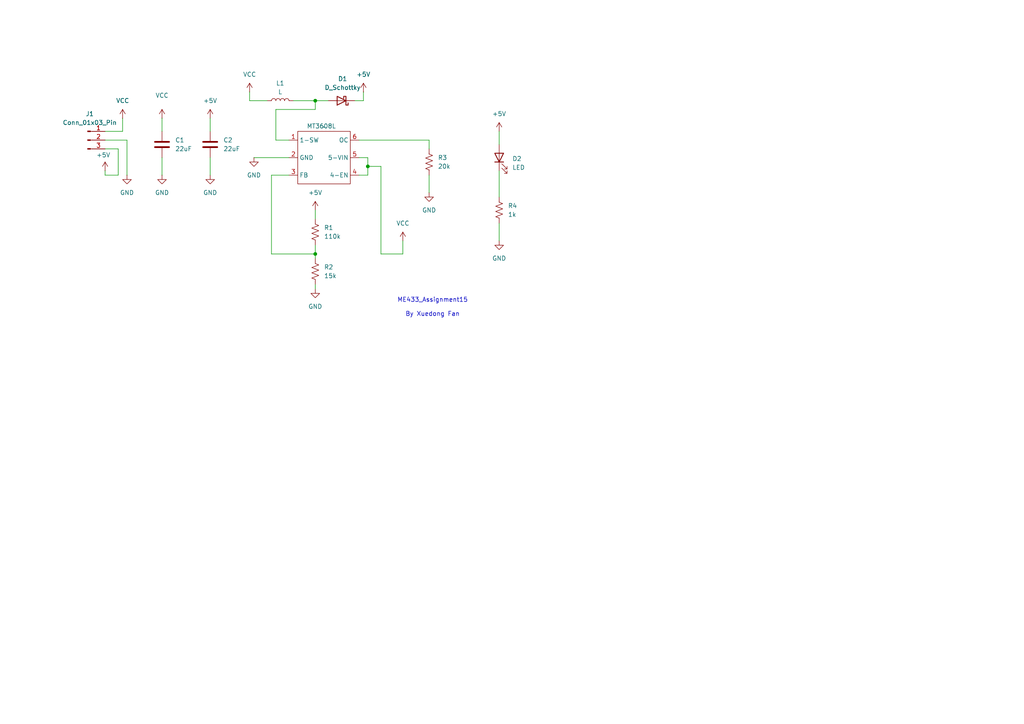
<source format=kicad_sch>
(kicad_sch (version 20250114) (generator "eeschema") (generator_version "9.0")
  (paper "A4")
  (lib_symbols
    (symbol "Connector:Conn_01x03_Pin" (pin_names (offset 1.016) (hide yes))
      (property "Reference" "J" (at 0 5.08 0))
      (property "Value" "Conn_01x03_Pin" (at 0 -5.08 0))
      (symbol "Conn_01x03_Pin_1_1"
        (rectangle (start 0.8636 2.667) (end 0 2.413) (stroke (width 0.1524)) (fill (type outline)))
        (rectangle (start 0.8636 0.127) (end 0 -0.127) (stroke (width 0.1524)) (fill (type outline)))
        (rectangle (start 0.8636 -2.413) (end 0 -2.667) (stroke (width 0.1524)) (fill (type outline)))
        (polyline (pts (xy 1.27 2.54) (xy 0.8636 2.54)) (stroke (width 0.1524)))
        (polyline (pts (xy 1.27 0) (xy 0.8636 0)) (stroke (width 0.1524)))
        (polyline (pts (xy 1.27 -2.54) (xy 0.8636 -2.54)) (stroke (width 0.1524)))
        (pin passive line (at 5.08 2.54 180) (length 3.81) (name "Pin_1") (number "1"))
        (pin passive line (at 5.08 0 180) (length 3.81) (name "Pin_2") (number "2"))
        (pin passive line (at 5.08 -2.54 180) (length 3.81) (name "Pin_3") (number "3"))
      )
    )
    (symbol "Device:C" (pin_numbers (hide yes)) (pin_names (offset 0.254))
      (property "Reference" "C" (at 0.635 2.54 0))
      (property "Value" "C" (at 0.635 -2.54 0))
      (symbol "C_0_1"
        (polyline (pts (xy -2.032 0.762) (xy 2.032 0.762)) (stroke (width 0.508)))
        (polyline (pts (xy -2.032 -0.762) (xy 2.032 -0.762)) (stroke (width 0.508)))
      )
      (symbol "C_1_1"
        (pin passive line (at 0 3.81 270) (length 2.794) (name "~") (number "1"))
        (pin passive line (at 0 -3.81 90) (length 2.794) (name "~") (number "2"))
      )
    )
    (symbol "Device:D_Schottky" (pin_numbers (hide yes)) (pin_names (offset 1.016) (hide yes))
      (property "Reference" "D" (at 0 2.54 0))
      (property "Value" "D_Schottky" (at 0 -2.54 0))
      (symbol "D_Schottky_0_1"
        (polyline (pts (xy -1.905 0.635) (xy -1.905 1.27) (xy -1.27 1.27) (xy -1.27 -1.27) (xy -0.635 -1.27) (xy -0.635 -0.635)) (stroke (width 0.254)))
        (polyline (pts (xy 1.27 1.27) (xy 1.27 -1.27) (xy -1.27 0) (xy 1.27 1.27)) (stroke (width 0.254)))
        (polyline (pts (xy 1.27 0) (xy -1.27 0)))
      )
      (symbol "D_Schottky_1_1"
        (pin passive line (at -3.81 0 0) (length 2.54) (name "K") (number "1"))
        (pin passive line (at 3.81 0 180) (length 2.54) (name "A") (number "2"))
      )
    )
    (symbol "Device:L" (pin_numbers (hide yes)) (pin_names (offset 1.016) (hide yes))
      (property "Reference" "L" (at -1.27 0 90))
      (property "Value" "L" (at 1.905 0 90))
      (symbol "L_0_1"
        (arc (start 0 2.54) (mid 0.6323 1.905) (end 0 1.27))
        (arc (start 0 1.27) (mid 0.6323 0.635) (end 0 0))
        (arc (start 0 0) (mid 0.6323 -0.635) (end 0 -1.27))
        (arc (start 0 -1.27) (mid 0.6323 -1.905) (end 0 -2.54))
      )
      (symbol "L_1_1"
        (pin passive line (at 0 3.81 270) (length 1.27) (name "1") (number "1"))
        (pin passive line (at 0 -3.81 90) (length 1.27) (name "2") (number "2"))
      )
    )
    (symbol "Device:LED" (pin_numbers (hide yes)) (pin_names (offset 1.016) (hide yes))
      (property "Reference" "D" (at 0 2.54 0))
      (property "Value" "LED" (at 0 -2.54 0))
      (symbol "LED_0_1"
        (polyline (pts (xy -3.048 -0.762) (xy -4.572 -2.286) (xy -3.81 -2.286) (xy -4.572 -2.286) (xy -4.572 -1.524)))
        (polyline (pts (xy -1.778 -0.762) (xy -3.302 -2.286) (xy -2.54 -2.286) (xy -3.302 -2.286) (xy -3.302 -1.524)))
        (polyline (pts (xy -1.27 0) (xy 1.27 0)))
        (polyline (pts (xy -1.27 -1.27) (xy -1.27 1.27)) (stroke (width 0.254)))
        (polyline (pts (xy 1.27 -1.27) (xy 1.27 1.27) (xy -1.27 0) (xy 1.27 -1.27)) (stroke (width 0.254)))
      )
      (symbol "LED_1_1"
        (pin passive line (at -3.81 0 0) (length 2.54) (name "K") (number "1"))
        (pin passive line (at 3.81 0 180) (length 2.54) (name "A") (number "2"))
      )
    )
    (symbol "Device:R_US" (pin_numbers (hide yes)) (pin_names (offset 0))
      (property "Reference" "R" (at 2.54 0 90))
      (property "Value" "R_US" (at -2.54 0 90))
      (symbol "R_US_0_1"
        (polyline (pts (xy 0 2.286) (xy 0 2.54)))
        (polyline (pts (xy 0 2.286) (xy 1.016 1.905) (xy 0 1.524) (xy -1.016 1.143) (xy 0 0.762)))
        (polyline (pts (xy 0 0.762) (xy 1.016 0.381) (xy 0 0) (xy -1.016 -0.381) (xy 0 -0.762)))
        (polyline (pts (xy 0 -0.762) (xy 1.016 -1.143) (xy 0 -1.524) (xy -1.016 -1.905) (xy 0 -2.286)))
        (polyline (pts (xy 0 -2.286) (xy 0 -2.54)))
      )
      (symbol "R_US_1_1"
        (pin passive line (at 0 3.81 270) (length 1.27) (name "~") (number "1"))
        (pin passive line (at 0 -3.81 90) (length 1.27) (name "~") (number "2"))
      )
    )
    (symbol "New_Library:433_KiCad"
      (property "Reference" "U" (at 4.318 -3.81 0))
      (symbol "433_KiCad_0_1"
        (polyline (pts (xy -2.54 6.35) (xy -2.54 -8.89) (xy 12.7 -8.89) (xy 12.7 6.35) (xy -2.54 6.35)))
      )
      (symbol "433_KiCad_1_1"
        (pin input line (at -5.08 3.81 0) (length 2.54) (name "1-SW") (number "1"))
        (pin input line (at -5.08 -1.27 0) (length 2.54) (name "GND") (number "2"))
        (pin input line (at -5.08 -6.35 0) (length 2.54) (name "FB") (number "3"))
        (pin input line (at 15.24 3.81 180) (length 2.54) (name "OC") (number "6"))
        (pin input line (at 15.24 -1.27 180) (length 2.54) (name "5-VIN") (number "5"))
        (pin input line (at 15.24 -6.35 180) (length 2.54) (name "4-EN") (number "4"))
      )
    )
    (symbol "power:+5V" (power) (pin_numbers (hide yes)) (pin_names (offset 0) (hide yes))
      (property "Value" "+5V" (at 0 3.556 0))
      (symbol "+5V_0_1"
        (polyline (pts (xy -0.762 1.27) (xy 0 2.54)))
        (polyline (pts (xy 0 2.54) (xy 0.762 1.27)))
        (polyline (pts (xy 0 0) (xy 0 2.54)))
      )
      (symbol "+5V_1_1"
        (pin power_in line (at 0 0 90) (length 0) (name "~") (number "1"))
      )
    )
    (symbol "power:GND" (power) (pin_numbers (hide yes)) (pin_names (offset 0) (hide yes))
      (property "Value" "GND" (at 0 -3.81 0))
      (symbol "GND_0_1"
        (polyline (pts (xy 0 0) (xy 0 -1.27) (xy 1.27 -1.27) (xy 0 -2.54) (xy -1.27 -1.27) (xy 0 -1.27)))
      )
      (symbol "GND_1_1"
        (pin power_in line (at 0 0 270) (length 0) (name "~") (number "1"))
      )
    )
    (symbol "power:VCC" (power) (pin_numbers (hide yes)) (pin_names (offset 0) (hide yes))
      (property "Value" "VCC" (at 0 3.556 0))
      (symbol "VCC_0_1"
        (polyline (pts (xy -0.762 1.27) (xy 0 2.54)))
        (polyline (pts (xy 0 2.54) (xy 0.762 1.27)))
        (polyline (pts (xy 0 0) (xy 0 2.54)))
      )
      (symbol "VCC_1_1"
        (pin power_in line (at 0 0 90) (length 0) (name "~") (number "1"))
      )
    )
  )
  (text "ME433_Assignment15\n\nBy Xuedong Fan" (at 125.476 89.154 0) (effects (font (size 1.27 1.27))))
  (junction (at 91.44 29.21))
  (junction (at 91.44 73.66))
  (junction (at 106.68 48.26))
  (wire (pts (xy 60.96 45.72) (xy 60.96 50.8)))
  (wire (pts (xy 91.44 73.66) (xy 91.44 74.93)))
  (wire (pts (xy 105.41 29.21) (xy 105.41 26.67)))
  (wire (pts (xy 102.87 29.21) (xy 105.41 29.21)))
  (wire (pts (xy 78.74 73.66) (xy 78.74 50.8)))
  (wire (pts (xy 73.66 45.72) (xy 83.82 45.72)))
  (wire (pts (xy 85.09 29.21) (xy 91.44 29.21)))
  (wire (pts (xy 80.01 40.64) (xy 83.82 40.64)))
  (wire (pts (xy 80.01 31.75) (xy 80.01 40.64)))
  (wire (pts (xy 46.99 45.72) (xy 46.99 50.8)))
  (wire (pts (xy 91.44 73.66) (xy 78.74 73.66)))
  (wire (pts (xy 104.14 40.64) (xy 124.46 40.64)))
  (wire (pts (xy 60.96 34.29) (xy 60.96 38.1)))
  (wire (pts (xy 30.48 38.1) (xy 35.56 38.1)))
  (wire (pts (xy 91.44 71.12) (xy 91.44 73.66)))
  (wire (pts (xy 106.68 48.26) (xy 106.68 50.8)))
  (wire (pts (xy 124.46 40.64) (xy 124.46 43.18)))
  (wire (pts (xy 30.48 50.8) (xy 34.29 50.8)))
  (wire (pts (xy 106.68 48.26) (xy 110.49 48.26)))
  (wire (pts (xy 91.44 29.21) (xy 95.25 29.21)))
  (wire (pts (xy 144.78 38.1) (xy 144.78 41.91)))
  (wire (pts (xy 106.68 45.72) (xy 106.68 48.26)))
  (wire (pts (xy 30.48 50.8) (xy 30.48 49.53)))
  (wire (pts (xy 78.74 50.8) (xy 83.82 50.8)))
  (wire (pts (xy 104.14 45.72) (xy 106.68 45.72)))
  (wire (pts (xy 124.46 50.8) (xy 124.46 55.88)))
  (wire (pts (xy 106.68 50.8) (xy 104.14 50.8)))
  (wire (pts (xy 30.48 43.18) (xy 34.29 43.18)))
  (wire (pts (xy 116.84 69.85) (xy 116.84 73.66)))
  (wire (pts (xy 91.44 31.75) (xy 80.01 31.75)))
  (wire (pts (xy 30.48 40.64) (xy 36.83 40.64)))
  (wire (pts (xy 91.44 60.96) (xy 91.44 63.5)))
  (wire (pts (xy 91.44 29.21) (xy 91.44 31.75)))
  (wire (pts (xy 110.49 48.26) (xy 110.49 73.66)))
  (wire (pts (xy 144.78 64.77) (xy 144.78 69.85)))
  (wire (pts (xy 91.44 82.55) (xy 91.44 83.82)))
  (wire (pts (xy 144.78 49.53) (xy 144.78 57.15)))
  (wire (pts (xy 36.83 40.64) (xy 36.83 50.8)))
  (wire (pts (xy 72.39 29.21) (xy 77.47 29.21)))
  (wire (pts (xy 46.99 34.29) (xy 46.99 38.1)))
  (wire (pts (xy 34.29 43.18) (xy 34.29 50.8)))
  (wire (pts (xy 72.39 26.67) (xy 72.39 29.21)))
  (wire (pts (xy 35.56 38.1) (xy 35.56 34.29)))
  (wire (pts (xy 110.49 73.66) (xy 116.84 73.66)))
  (symbol (lib_id "Device:R_US") (at 144.78 60.96 0) (unit 1)
    (property "Reference" "R4" (at 147.32 59.6899 0) (effects (justify left)))
    (property "Value" "1k" (at 147.32 62.2299 0) (effects (justify left)))
    (property "Footprint" "Resistor_SMD:R_0805_2012Metric" (effects (hide yes)))
    (property "Description" "Resistor, US symbol" (effects (hide yes)))
  )
  (symbol (lib_id "power:+5V") (at 144.78 38.1 0) (unit 1)
    (property "Reference" "#PWR016" (effects (hide yes)))
    (property "Value" "+5V" (at 144.78 33.02 0))
    (property "Description" "Power symbol creates a global label with name \"+5V\"" (effects (hide yes)))
  )
  (symbol (lib_id "power:GND") (at 144.78 69.85 0) (unit 1)
    (property "Reference" "#PWR015" (effects (hide yes)))
    (property "Value" "GND" (at 144.78 74.93 0))
    (property "Description" "Power symbol creates a global label with name \"GND\" , ground" (effects (hide yes)))
  )
  (symbol (lib_id "power:VCC") (at 35.56 34.29 0) (unit 1)
    (property "Reference" "#PWR01" (effects (hide yes)))
    (property "Value" "VCC" (at 35.56 29.21 0))
    (property "Description" "Power symbol creates a global label with name \"VCC\"" (effects (hide yes)))
  )
  (symbol (lib_id "power:GND") (at 124.46 55.88 0) (unit 1)
    (property "Reference" "#PWR014" (effects (hide yes)))
    (property "Value" "GND" (at 124.46 60.96 0))
    (property "Description" "Power symbol creates a global label with name \"GND\" , ground" (effects (hide yes)))
  )
  (symbol (lib_id "Device:R_US") (at 91.44 78.74 0) (unit 1)
    (property "Reference" "R2" (at 93.98 77.4699 0) (effects (justify left)))
    (property "Value" "15k" (at 93.98 80.0099 0) (effects (justify left)))
    (property "Footprint" "Resistor_SMD:R_0805_2012Metric" (effects (hide yes)))
    (property "Description" "Resistor, US symbol" (effects (hide yes)))
  )
  (symbol (lib_id "Device:D_Schottky") (at 99.06 29.21 180) (unit 1)
    (property "Reference" "D1" (at 99.3775 22.86 0))
    (property "Value" "D_Schottky" (at 99.3775 25.4 0))
    (property "Footprint" "Diode_SMD:D_SOD-123" (effects (hide yes)))
    (property "Description" "Schottky diode" (effects (hide yes)))
  )
  (symbol (lib_id "power:GND") (at 60.96 50.8 0) (unit 1)
    (property "Reference" "#PWR06" (effects (hide yes)))
    (property "Value" "GND" (at 60.96 55.88 0))
    (property "Description" "Power symbol creates a global label with name \"GND\" , ground" (effects (hide yes)))
  )
  (symbol (lib_id "power:GND") (at 36.83 50.8 0) (unit 1)
    (property "Reference" "#PWR02" (effects (hide yes)))
    (property "Value" "GND" (at 36.83 55.88 0))
    (property "Description" "Power symbol creates a global label with name \"GND\" , ground" (effects (hide yes)))
  )
  (symbol (lib_id "Device:LED") (at 144.78 45.72 90) (unit 1)
    (property "Reference" "D2" (at 148.59 46.0374 90) (effects (justify right)))
    (property "Value" "LED" (at 148.59 48.5774 90) (effects (justify right)))
    (property "Footprint" "LED_SMD:LED_0603_1608Metric" (effects (hide yes)))
    (property "Description" "Light emitting diode" (effects (hide yes)))
    (property "Sim.Pins" "1=K 2=A" (effects (hide yes)))
  )
  (symbol (lib_id "power:+5V") (at 105.41 26.67 0) (unit 1)
    (property "Reference" "#PWR09" (effects (hide yes)))
    (property "Value" "+5V" (at 105.41 21.59 0))
    (property "Description" "Power symbol creates a global label with name \"+5V\"" (effects (hide yes)))
  )
  (symbol (lib_id "power:VCC") (at 72.39 26.67 0) (unit 1)
    (property "Reference" "#PWR08" (effects (hide yes)))
    (property "Value" "VCC" (at 72.39 21.59 0))
    (property "Description" "Power symbol creates a global label with name \"VCC\"" (effects (hide yes)))
  )
  (symbol (lib_id "power:+5V") (at 116.84 69.85 0) (unit 1)
    (property "Reference" "#PWR013" (effects (hide yes)))
    (property "Value" "VCC" (at 116.84 64.77 0))
    (property "Description" "Power symbol creates a global label with name \"+5V\"" (effects (hide yes)))
  )
  (symbol (lib_id "power:GND") (at 73.66 45.72 0) (unit 1)
    (property "Reference" "#PWR010" (effects (hide yes)))
    (property "Value" "GND" (at 73.66 50.8 0))
    (property "Description" "Power symbol creates a global label with name \"GND\" , ground" (effects (hide yes)))
  )
  (symbol (lib_id "New_Library:433_KiCad") (at 88.9 44.45 0) (unit 1)
    (property "Reference" "MT3608L" (at 93.218 36.576 0))
    (property "Value" "~" (at 93.98 36.83 0))
    (property "Footprint" "Package_TO_SOT_SMD:SOT-23-6" (effects (hide yes)))
  )
  (symbol (lib_id "Device:L") (at 81.28 29.21 90) (unit 1)
    (property "Reference" "L1" (at 81.28 24.13 90))
    (property "Value" "L" (at 81.28 26.67 90))
    (property "Footprint" "Inductor_SMD:L_1210_3225Metric" (effects (hide yes)))
    (property "Description" "Inductor" (effects (hide yes)))
  )
  (symbol (lib_id "Connector:Conn_01x03_Pin") (at 25.4 40.64 0) (unit 1)
    (property "Reference" "J1" (at 26.035 33.02 0))
    (property "Value" "Conn_01x03_Pin" (at 26.035 35.56 0))
    (property "Footprint" "Connector_PinSocket_2.54mm:PinSocket_1x03_P2.54mm_Vertical" (effects (hide yes)))
    (property "Description" "Generic connector, single row, 01x03, script generated" (effects (hide yes)))
  )
  (symbol (lib_id "power:+5V") (at 91.44 60.96 0) (unit 1)
    (property "Reference" "#PWR011" (effects (hide yes)))
    (property "Value" "+5V" (at 91.44 55.88 0))
    (property "Description" "Power symbol creates a global label with name \"+5V\"" (effects (hide yes)))
  )
  (symbol (lib_id "Device:C") (at 46.99 41.91 0) (unit 1)
    (property "Reference" "C1" (at 50.8 40.6399 0) (effects (justify left)))
    (property "Value" "22uF" (at 50.8 43.1799 0) (effects (justify left)))
    (property "Footprint" "Capacitor_SMD:C_0805_2012Metric" (effects (hide yes)))
    (property "Description" "Unpolarized capacitor" (effects (hide yes)))
  )
  (symbol (lib_id "power:+5V") (at 60.96 34.29 0) (unit 1)
    (property "Reference" "#PWR07" (effects (hide yes)))
    (property "Value" "+5V" (at 60.96 29.21 0))
    (property "Description" "Power symbol creates a global label with name \"+5V\"" (effects (hide yes)))
  )
  (symbol (lib_id "power:GND") (at 91.44 83.82 0) (unit 1)
    (property "Reference" "#PWR012" (effects (hide yes)))
    (property "Value" "GND" (at 91.44 88.9 0))
    (property "Description" "Power symbol creates a global label with name \"GND\" , ground" (effects (hide yes)))
  )
  (symbol (lib_id "power:+5V") (at 30.48 49.53 0) (unit 1)
    (property "Reference" "#PWR03" (effects (hide yes)))
    (property "Value" "+5V" (at 29.972 44.958 0))
    (property "Description" "Power symbol creates a global label with name \"+5V\"" (effects (hide yes)))
  )
  (symbol (lib_id "Device:C") (at 60.96 41.91 0) (unit 1)
    (property "Reference" "C2" (at 64.77 40.6399 0) (effects (justify left)))
    (property "Value" "22uF" (at 64.77 43.1799 0) (effects (justify left)))
    (property "Footprint" "Capacitor_SMD:C_0805_2012Metric" (effects (hide yes)))
    (property "Description" "Unpolarized capacitor" (effects (hide yes)))
  )
  (symbol (lib_id "Device:R_US") (at 91.44 67.31 0) (unit 1)
    (property "Reference" "R1" (at 93.98 66.0399 0) (effects (justify left)))
    (property "Value" "110k" (at 93.98 68.5799 0) (effects (justify left)))
    (property "Footprint" "Resistor_SMD:R_0805_2012Metric" (effects (hide yes)))
    (property "Description" "Resistor, US symbol" (effects (hide yes)))
  )
  (symbol (lib_id "Device:R_US") (at 124.46 46.99 0) (unit 1)
    (property "Reference" "R3" (at 127 45.7199 0) (effects (justify left)))
    (property "Value" "20k" (at 127 48.2599 0) (effects (justify left)))
    (property "Footprint" "Resistor_SMD:R_0805_2012Metric" (effects (hide yes)))
    (property "Description" "Resistor, US symbol" (effects (hide yes)))
  )
  (symbol (lib_id "power:VCC") (at 46.99 34.29 0) (unit 1)
    (property "Reference" "#PWR04" (effects (hide yes)))
    (property "Value" "VCC" (at 46.99 27.686 0))
    (property "Description" "Power symbol creates a global label with name \"VCC\"" (effects (hide yes)))
  )
  (symbol (lib_id "power:GND") (at 46.99 50.8 0) (unit 1)
    (property "Reference" "#PWR05" (effects (hide yes)))
    (property "Value" "GND" (at 46.99 55.88 0))
    (property "Description" "Power symbol creates a global label with name \"GND\" , ground" (effects (hide yes)))
  )
)
</source>
